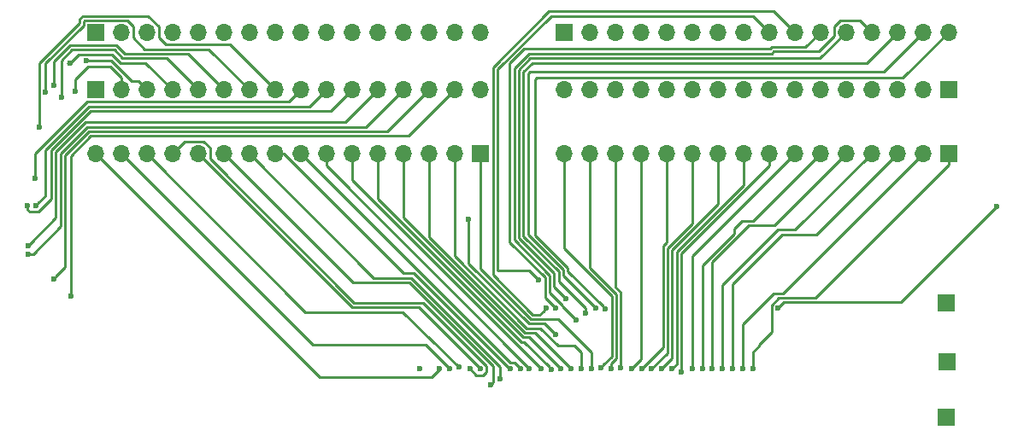
<source format=gbl>
G04 #@! TF.FileFunction,Copper,L2,Bot,Signal*
%FSLAX46Y46*%
G04 Gerber Fmt 4.6, Leading zero omitted, Abs format (unit mm)*
G04 Created by KiCad (PCBNEW 4.0.6) date Saturday, April 28, 2018 'AMt' 01:11:43 AM*
%MOMM*%
%LPD*%
G01*
G04 APERTURE LIST*
%ADD10C,0.100000*%
%ADD11R,1.700000X1.700000*%
%ADD12O,1.700000X1.700000*%
%ADD13C,0.600000*%
%ADD14C,0.250000*%
G04 APERTURE END LIST*
D10*
D11*
X102920000Y-55600000D03*
D12*
X105460000Y-55600000D03*
X108000000Y-55600000D03*
X110540000Y-55600000D03*
X113080000Y-55600000D03*
X115620000Y-55600000D03*
X118160000Y-55600000D03*
X120700000Y-55600000D03*
X123240000Y-55600000D03*
X125780000Y-55600000D03*
X128320000Y-55600000D03*
X130860000Y-55600000D03*
X133400000Y-55600000D03*
X135940000Y-55600000D03*
X138480000Y-55600000D03*
X141020000Y-55600000D03*
D11*
X149310000Y-55600000D03*
D12*
X151850000Y-55600000D03*
X154390000Y-55600000D03*
X156930000Y-55600000D03*
X159470000Y-55600000D03*
X162010000Y-55600000D03*
X164550000Y-55600000D03*
X167090000Y-55600000D03*
X169630000Y-55600000D03*
X172170000Y-55600000D03*
X174710000Y-55600000D03*
X177250000Y-55600000D03*
X179790000Y-55600000D03*
X182330000Y-55600000D03*
X184870000Y-55600000D03*
X187410000Y-55600000D03*
D11*
X187410000Y-61310000D03*
D12*
X184870000Y-61310000D03*
X182330000Y-61310000D03*
X179790000Y-61310000D03*
X177250000Y-61310000D03*
X174710000Y-61310000D03*
X172170000Y-61310000D03*
X169630000Y-61310000D03*
X167090000Y-61310000D03*
X164550000Y-61310000D03*
X162010000Y-61310000D03*
X159470000Y-61310000D03*
X156930000Y-61310000D03*
X154390000Y-61310000D03*
X151850000Y-61310000D03*
X149310000Y-61310000D03*
D11*
X102920000Y-61310280D03*
D12*
X105460000Y-61310280D03*
X108000000Y-61310280D03*
X110540000Y-61310280D03*
X113080000Y-61310280D03*
X115620000Y-61310280D03*
X118160000Y-61310280D03*
X120700000Y-61310280D03*
X123240000Y-61310280D03*
X125780000Y-61310280D03*
X128320000Y-61310280D03*
X130860000Y-61310280D03*
X133400000Y-61310280D03*
X135940000Y-61310280D03*
X138480000Y-61310280D03*
X141020000Y-61310280D03*
D11*
X141010000Y-67657460D03*
D12*
X138470000Y-67657460D03*
X135930000Y-67657460D03*
X133390000Y-67657460D03*
X130850000Y-67657460D03*
X128310000Y-67657460D03*
X125770000Y-67657460D03*
X123230000Y-67657460D03*
X120690000Y-67657460D03*
X118150000Y-67657460D03*
X115610000Y-67657460D03*
X113070000Y-67657460D03*
X110530000Y-67657460D03*
X107990000Y-67657460D03*
X105450000Y-67657460D03*
X102910000Y-67657460D03*
D11*
X187390000Y-67660000D03*
D12*
X184850000Y-67660000D03*
X182310000Y-67660000D03*
X179770000Y-67660000D03*
X177230000Y-67660000D03*
X174690000Y-67660000D03*
X172150000Y-67660000D03*
X169610000Y-67660000D03*
X167070000Y-67660000D03*
X164530000Y-67660000D03*
X161990000Y-67660000D03*
X159450000Y-67660000D03*
X156910000Y-67660000D03*
X154370000Y-67660000D03*
X151830000Y-67660000D03*
X149290000Y-67660000D03*
D11*
X187170000Y-93790000D03*
X187170000Y-82450000D03*
X187270000Y-88340000D03*
D13*
X146800000Y-80200000D03*
X147550000Y-82970000D03*
X148488000Y-83000000D03*
X149475000Y-82000000D03*
X150475000Y-84125000D03*
X151467867Y-83437709D03*
X152488000Y-83000000D03*
X153404979Y-83020000D03*
X170488000Y-83000000D03*
X192190000Y-72900000D03*
X100890000Y-61460000D03*
X102024801Y-58424237D03*
X100380000Y-58690000D03*
X99540000Y-62060000D03*
X98800000Y-60900000D03*
X97960000Y-61540000D03*
X97334990Y-65005144D03*
X96884979Y-70090636D03*
X96959473Y-72806568D03*
X96159620Y-72790630D03*
X96214924Y-76800632D03*
X96279494Y-77605595D03*
X98751945Y-80078047D03*
X100495724Y-81821826D03*
X135000000Y-89000000D03*
X148460000Y-85570000D03*
X139834999Y-74205001D03*
X137000000Y-89000000D03*
X138000000Y-89000000D03*
X138875002Y-88830000D03*
X140000000Y-89000000D03*
X141000000Y-89000000D03*
X142000000Y-90600000D03*
X143000000Y-90000000D03*
X144000000Y-89000000D03*
X145000000Y-89000000D03*
X145875002Y-88959541D03*
X147060000Y-88980000D03*
X148090000Y-89060000D03*
X149000000Y-89000000D03*
X150000000Y-89000000D03*
X151000000Y-89000000D03*
X152000000Y-89000000D03*
X152940000Y-88900000D03*
X154000000Y-89000000D03*
X154930006Y-88930006D03*
X156000000Y-89000000D03*
X157000000Y-89000000D03*
X158000000Y-89000000D03*
X159000000Y-89000000D03*
X160000000Y-89000000D03*
X160910000Y-89340000D03*
X162000000Y-89000000D03*
X163000000Y-89000000D03*
X164000000Y-89000000D03*
X165000000Y-89000000D03*
X166000000Y-89000000D03*
X167000000Y-89000000D03*
X168000000Y-89000000D03*
D14*
X142709958Y-79221958D02*
X145821958Y-79221958D01*
X145821958Y-79221958D02*
X146800000Y-80200000D01*
X148013599Y-53974988D02*
X142709958Y-59278629D01*
X142709958Y-59278629D02*
X142709958Y-79221958D01*
X169630000Y-55600000D02*
X168004988Y-53974988D01*
X168004988Y-53974988D02*
X148013599Y-53974988D01*
X142259947Y-59092229D02*
X142259947Y-79696951D01*
X170094977Y-53524977D02*
X147827199Y-53524977D01*
X146894998Y-83625002D02*
X147250001Y-83269999D01*
X172170000Y-55600000D02*
X170094977Y-53524977D01*
X147250001Y-83269999D02*
X147550000Y-82970000D01*
X142259947Y-79696951D02*
X146187998Y-83625002D01*
X147827199Y-53524977D02*
X142259947Y-59092229D01*
X146187998Y-83625002D02*
X146894998Y-83625002D01*
X174710000Y-55600000D02*
X173240055Y-57069945D01*
X143939956Y-58685042D02*
X143939956Y-76414952D01*
X147425002Y-81937002D02*
X148488000Y-83000000D01*
X169707978Y-57269967D02*
X145355031Y-57269967D01*
X173240055Y-57069945D02*
X169908000Y-57069945D01*
X169908000Y-57069945D02*
X169707978Y-57269967D01*
X147425002Y-79899998D02*
X147425002Y-81937002D01*
X145355031Y-57269967D02*
X143939956Y-58685042D01*
X143939956Y-76414952D02*
X147425002Y-79899998D01*
X148325024Y-80872802D02*
X148347802Y-80872802D01*
X148347802Y-80872802D02*
X149475000Y-82000000D01*
X144839978Y-59327200D02*
X144839978Y-76042152D01*
X144839978Y-76042152D02*
X148325024Y-79527198D01*
X145967200Y-58199978D02*
X144839978Y-59327200D01*
X177250000Y-55600000D02*
X174650022Y-58199978D01*
X174650022Y-58199978D02*
X145967200Y-58199978D01*
X148325024Y-79527198D02*
X148325024Y-80872802D01*
X149113002Y-82699998D02*
X149113002Y-82763002D01*
X149113002Y-82763002D02*
X150475000Y-84125000D01*
X178614999Y-54424999D02*
X176685999Y-54424999D01*
X179790000Y-55600000D02*
X178614999Y-54424999D01*
X176685999Y-54424999D02*
X176074999Y-55035999D01*
X176074999Y-55035999D02*
X176074999Y-55982179D01*
X147875013Y-81462009D02*
X149113002Y-82699998D01*
X147875013Y-79713598D02*
X147875013Y-81462009D01*
X169894378Y-57719978D02*
X145810789Y-57719978D01*
X170094400Y-57519956D02*
X169894378Y-57719978D01*
X174537222Y-57519956D02*
X170094400Y-57519956D01*
X176074999Y-55982179D02*
X174537222Y-57519956D01*
X145810789Y-57719978D02*
X144389967Y-59140800D01*
X144389967Y-76228552D02*
X147875013Y-79713598D01*
X144389967Y-59140800D02*
X144389967Y-76228552D01*
X151467867Y-83013445D02*
X151467867Y-83437709D01*
X148775035Y-80320613D02*
X151467867Y-83013445D01*
X145289989Y-75855752D02*
X148775035Y-79340798D01*
X148775035Y-79340798D02*
X148775035Y-80320613D01*
X145289989Y-59513600D02*
X145289989Y-75855752D01*
X146153600Y-58649989D02*
X145289989Y-59513600D01*
X182330000Y-55600000D02*
X179280011Y-58649989D01*
X179280011Y-58649989D02*
X146153600Y-58649989D01*
X180950009Y-59519991D02*
X145920009Y-59519991D01*
X149225046Y-79154398D02*
X149225046Y-79737046D01*
X145740000Y-75669352D02*
X149225046Y-79154398D01*
X145740000Y-59700000D02*
X145740000Y-75669352D01*
X145920009Y-59519991D02*
X145740000Y-59700000D01*
X149225046Y-79737046D02*
X152488000Y-83000000D01*
X184870000Y-55600000D02*
X180950009Y-59519991D01*
X149675057Y-79290077D02*
X153104980Y-82720001D01*
X153104980Y-82720001D02*
X153404979Y-83020000D01*
X149675057Y-78967998D02*
X149675057Y-79290077D01*
X146480000Y-75772941D02*
X149675057Y-78967998D01*
X146480000Y-60299998D02*
X146480000Y-75772941D01*
X187410000Y-55600000D02*
X182875001Y-60134999D01*
X182875001Y-60134999D02*
X146644999Y-60134999D01*
X146644999Y-60134999D02*
X146480000Y-60299998D01*
X182670000Y-82420000D02*
X171068000Y-82420000D01*
X171068000Y-82420000D02*
X170488000Y-83000000D01*
X192190000Y-72900000D02*
X182670000Y-82420000D01*
X100890000Y-60290000D02*
X100890000Y-61460000D01*
X102141801Y-59038199D02*
X100890000Y-60290000D01*
X104390000Y-59038199D02*
X102141801Y-59038199D01*
X105460000Y-60108199D02*
X104390000Y-59038199D01*
X105460000Y-61310280D02*
X105460000Y-60108199D01*
X104440648Y-58424237D02*
X102449065Y-58424237D01*
X106476692Y-60460281D02*
X104440648Y-58424237D01*
X107150001Y-60460281D02*
X106476692Y-60460281D01*
X102449065Y-58424237D02*
X102024801Y-58424237D01*
X108000000Y-61310280D02*
X107150001Y-60460281D01*
X104562057Y-57799235D02*
X101270765Y-57799235D01*
X101270765Y-57799235D02*
X100679999Y-58390001D01*
X100679999Y-58390001D02*
X100380000Y-58690000D01*
X107859698Y-58629978D02*
X105392800Y-58629978D01*
X105392800Y-58629978D02*
X104562057Y-57799235D01*
X110540000Y-61310280D02*
X107859698Y-58629978D01*
X100170000Y-58690000D02*
X100380000Y-58690000D01*
X100585774Y-57349224D02*
X99540000Y-58394998D01*
X104748456Y-57349224D02*
X100585774Y-57349224D01*
X105579199Y-58179967D02*
X104748456Y-57349224D01*
X99540000Y-61635736D02*
X99540000Y-62060000D01*
X99540000Y-58394998D02*
X99540000Y-61635736D01*
X109949687Y-58179967D02*
X105579199Y-58179967D01*
X113080000Y-61310280D02*
X109949687Y-58179967D01*
X98800000Y-58498587D02*
X98800000Y-60475736D01*
X105765599Y-57729956D02*
X104934856Y-56899213D01*
X100399374Y-56899213D02*
X98800000Y-58498587D01*
X115620000Y-61310280D02*
X112039676Y-57729956D01*
X112039676Y-57729956D02*
X105765599Y-57729956D01*
X98800000Y-60475736D02*
X98800000Y-60900000D01*
X104934856Y-56899213D02*
X100399374Y-56899213D01*
X101744999Y-54489999D02*
X101744999Y-54917177D01*
X106635001Y-55035999D02*
X106024001Y-54424999D01*
X97960000Y-58702176D02*
X97960000Y-61115736D01*
X101809999Y-54424999D02*
X101744999Y-54489999D01*
X106635001Y-56164001D02*
X106635001Y-55035999D01*
X107750945Y-57279945D02*
X106635001Y-56164001D01*
X118160000Y-61310280D02*
X114129665Y-57279945D01*
X114129665Y-57279945D02*
X107750945Y-57279945D01*
X106024001Y-54424999D02*
X101809999Y-54424999D01*
X97960000Y-61115736D02*
X97960000Y-61540000D01*
X101744999Y-54917177D02*
X97960000Y-58702176D01*
X97334990Y-64580880D02*
X97334990Y-65005144D01*
X97334990Y-58690776D02*
X97334990Y-64580880D01*
X109830969Y-56819969D02*
X109175001Y-56164001D01*
X108113990Y-53974988D02*
X101623599Y-53974988D01*
X116209689Y-56819969D02*
X109830969Y-56819969D01*
X101294988Y-54303599D02*
X101294988Y-54730778D01*
X109175001Y-56164001D02*
X109175001Y-55035999D01*
X101294988Y-54730778D02*
X97334990Y-58690776D01*
X101623599Y-53974988D02*
X101294988Y-54303599D01*
X109175001Y-55035999D02*
X108113990Y-53974988D01*
X120700000Y-61310280D02*
X116209689Y-56819969D01*
X122037919Y-62512361D02*
X102037639Y-62512361D01*
X96884979Y-67665021D02*
X96884979Y-69666372D01*
X96884979Y-69666372D02*
X96884979Y-70090636D01*
X123240000Y-61310280D02*
X122037919Y-62512361D01*
X102037639Y-62512361D02*
X96884979Y-67665021D01*
X102224038Y-62962372D02*
X97919845Y-67266565D01*
X125780000Y-61310280D02*
X124127908Y-62962372D01*
X97919845Y-71846196D02*
X97259472Y-72506569D01*
X97259472Y-72506569D02*
X96959473Y-72806568D01*
X124127908Y-62962372D02*
X102224038Y-62962372D01*
X97919845Y-67266565D02*
X97919845Y-71846196D01*
X102410437Y-63412383D02*
X98530011Y-67292809D01*
X128320000Y-61310280D02*
X126217897Y-63412383D01*
X96376296Y-73431570D02*
X96159620Y-73214894D01*
X126217897Y-63412383D02*
X102410437Y-63412383D01*
X97259475Y-73431570D02*
X96376296Y-73431570D01*
X98530011Y-67292809D02*
X98530011Y-72161034D01*
X98530011Y-72161034D02*
X97259475Y-73431570D01*
X96159620Y-73214894D02*
X96159620Y-72790630D01*
X130860000Y-61310280D02*
X127630280Y-64540000D01*
X127630280Y-64540000D02*
X101919230Y-64540000D01*
X98980022Y-67479208D02*
X98980022Y-74035534D01*
X96514923Y-76500633D02*
X96214924Y-76800632D01*
X101919230Y-64540000D02*
X98980022Y-67479208D01*
X98980022Y-74035534D02*
X96514923Y-76500633D01*
X99430033Y-74879320D02*
X96703758Y-77605595D01*
X96703758Y-77605595D02*
X96279494Y-77605595D01*
X133400000Y-61310280D02*
X129700280Y-65010000D01*
X99430033Y-67665607D02*
X99430033Y-74879320D01*
X129700280Y-65010000D02*
X102085640Y-65010000D01*
X102085640Y-65010000D02*
X99430033Y-67665607D01*
X99880044Y-67852006D02*
X99880044Y-78949948D01*
X99051944Y-79778048D02*
X98751945Y-80078047D01*
X102272039Y-65460011D02*
X99880044Y-67852006D01*
X131790269Y-65460011D02*
X102272039Y-65460011D01*
X135940000Y-61310280D02*
X131790269Y-65460011D01*
X99880044Y-78949948D02*
X99051944Y-79778048D01*
X100495724Y-81397562D02*
X100495724Y-81821826D01*
X100495724Y-67872736D02*
X100495724Y-81397562D01*
X102458438Y-65910022D02*
X100495724Y-67872736D01*
X138480000Y-61310280D02*
X133880258Y-65910022D01*
X133880258Y-65910022D02*
X102458438Y-65910022D01*
X139834999Y-74205001D02*
X139834999Y-78544825D01*
X145815198Y-84525024D02*
X147415024Y-84525024D01*
X139834999Y-78544825D02*
X145815198Y-84525024D01*
X148160001Y-85270001D02*
X148460000Y-85570000D01*
X147415024Y-84525024D02*
X148160001Y-85270001D01*
X136230000Y-89860000D02*
X137000000Y-89090000D01*
X137000000Y-89090000D02*
X137000000Y-89000000D01*
X102910000Y-67657460D02*
X125112540Y-89860000D01*
X125112540Y-89860000D02*
X136230000Y-89860000D01*
X135580000Y-86610000D02*
X137970000Y-89000000D01*
X137970000Y-89000000D02*
X138000000Y-89000000D01*
X105450000Y-67657460D02*
X124402540Y-86610000D01*
X124402540Y-86610000D02*
X135580000Y-86610000D01*
X133360000Y-83360000D02*
X138875002Y-88830000D01*
X138830000Y-88830000D02*
X138875002Y-88830000D01*
X107990000Y-67657460D02*
X123692540Y-83360000D01*
X123692540Y-83360000D02*
X133360000Y-83360000D01*
X140625001Y-89625001D02*
X140000000Y-89000000D01*
X141625001Y-88699999D02*
X141625001Y-89300001D01*
X141300001Y-89625001D02*
X140625001Y-89625001D01*
X128508928Y-82459978D02*
X135384980Y-82459978D01*
X135384980Y-82459978D02*
X141625001Y-88699999D01*
X114245001Y-68196051D02*
X128508928Y-82459978D01*
X114245001Y-67093459D02*
X114245001Y-68196051D01*
X113634001Y-66482459D02*
X114245001Y-67093459D01*
X111705001Y-66482459D02*
X113634001Y-66482459D01*
X110530000Y-67657460D02*
X111705001Y-66482459D01*
X141625001Y-89300001D02*
X141300001Y-89625001D01*
X134909989Y-82909989D02*
X141000000Y-89000000D01*
X128322529Y-82909989D02*
X134909989Y-82909989D01*
X113070000Y-67657460D02*
X128322529Y-82909989D01*
X115610000Y-67657460D02*
X128382540Y-80430000D01*
X128382540Y-80430000D02*
X133991413Y-80430000D01*
X142299999Y-88738586D02*
X142299999Y-90300001D01*
X133991413Y-80430000D02*
X142299999Y-88738586D01*
X142299999Y-90300001D02*
X142000000Y-90600000D01*
X143000000Y-89000000D02*
X143000000Y-90000000D01*
X118150000Y-67657460D02*
X130472529Y-79979989D01*
X143000000Y-88802176D02*
X143000000Y-89000000D01*
X130472529Y-79979989D02*
X134177813Y-79979989D01*
X134177813Y-79979989D02*
X143000000Y-88802176D01*
X143925004Y-89000000D02*
X144000000Y-89000000D01*
X121533870Y-67657460D02*
X133406388Y-79529978D01*
X120690000Y-67657460D02*
X121533870Y-67657460D01*
X133406388Y-79529978D02*
X134454982Y-79529978D01*
X134454982Y-79529978D02*
X143925004Y-89000000D01*
X144374998Y-88374998D02*
X145000000Y-89000000D01*
X143947538Y-88374998D02*
X144374998Y-88374998D01*
X123230000Y-67657460D02*
X143947538Y-88374998D01*
X125770000Y-68859541D02*
X145875002Y-88959541D01*
X145870000Y-88959541D02*
X145875002Y-88959541D01*
X125770000Y-67657460D02*
X125770000Y-68859541D01*
X128310000Y-70230000D02*
X147060000Y-88980000D01*
X128310000Y-67657460D02*
X128310000Y-70230000D01*
X147790001Y-88760001D02*
X148090000Y-89060000D01*
X145355068Y-86325068D02*
X147790001Y-88760001D01*
X130850000Y-72105470D02*
X145069598Y-86325068D01*
X145069598Y-86325068D02*
X145355068Y-86325068D01*
X130850000Y-67657460D02*
X130850000Y-72105470D01*
X133390000Y-74009059D02*
X145255998Y-85875057D01*
X145875059Y-85875057D02*
X149000000Y-89000000D01*
X145255998Y-85875057D02*
X145875059Y-85875057D01*
X133390000Y-67657460D02*
X133390000Y-74009059D01*
X145442398Y-85425046D02*
X146425046Y-85425046D01*
X135930000Y-75912648D02*
X145442398Y-85425046D01*
X135930000Y-67657460D02*
X135930000Y-75912648D01*
X146425046Y-85425046D02*
X150000000Y-89000000D01*
X146975035Y-84975035D02*
X148730000Y-86730000D01*
X145628798Y-84975035D02*
X146975035Y-84975035D01*
X151000000Y-87355000D02*
X151000000Y-89000000D01*
X150375000Y-86730000D02*
X151000000Y-87355000D01*
X148730000Y-86730000D02*
X150375000Y-86730000D01*
X138470000Y-67657460D02*
X138470000Y-77816237D01*
X138470000Y-77816237D02*
X145628798Y-84975035D01*
X152000000Y-87355000D02*
X152000000Y-89000000D01*
X141010000Y-79083415D02*
X146001598Y-84075013D01*
X148720013Y-84075013D02*
X152000000Y-87355000D01*
X146001598Y-84075013D02*
X148720013Y-84075013D01*
X141010000Y-67657460D02*
X141010000Y-79083415D01*
X154029989Y-81816399D02*
X154029989Y-87810011D01*
X149290000Y-77076410D02*
X154029989Y-81816399D01*
X149290000Y-67660000D02*
X149290000Y-77076410D01*
X154029989Y-87810011D02*
X153239999Y-88600001D01*
X153239999Y-88600001D02*
X152940000Y-88900000D01*
X153990000Y-88486410D02*
X153990000Y-88990000D01*
X153990000Y-88990000D02*
X154000000Y-89000000D01*
X151830000Y-78980000D02*
X154479999Y-81629999D01*
X154479999Y-81629999D02*
X154479998Y-87996412D01*
X154479998Y-87996412D02*
X153990000Y-88486410D01*
X151830000Y-67660000D02*
X151830000Y-78980000D01*
X154930008Y-81443600D02*
X154930008Y-88930004D01*
X154930008Y-88930004D02*
X154930006Y-88930006D01*
X154370000Y-67660000D02*
X154370000Y-80883590D01*
X154370000Y-80883590D02*
X154930008Y-81443600D01*
X154930006Y-88930006D02*
X155000000Y-89000000D01*
X156910000Y-67660000D02*
X156910000Y-88090000D01*
X156910000Y-88090000D02*
X156000000Y-89000000D01*
X159109956Y-76816481D02*
X159109956Y-86890044D01*
X159450000Y-76476437D02*
X159109956Y-76816481D01*
X159450000Y-67660000D02*
X159450000Y-76476437D01*
X159109956Y-86890044D02*
X157000000Y-89000000D01*
X159559967Y-87440033D02*
X158000000Y-89000000D01*
X161990000Y-74572848D02*
X159559967Y-77002881D01*
X161990000Y-67660000D02*
X161990000Y-74572848D01*
X159559967Y-77002881D02*
X159559967Y-87440033D01*
X164530000Y-72669259D02*
X160009978Y-77189281D01*
X160009978Y-87990022D02*
X159000000Y-89000000D01*
X160009978Y-77189281D02*
X160009978Y-87990022D01*
X164530000Y-67660000D02*
X164530000Y-72669259D01*
X160459989Y-88540011D02*
X160000000Y-89000000D01*
X167070000Y-70765670D02*
X160459989Y-77375681D01*
X167070000Y-67660000D02*
X167070000Y-70765670D01*
X160459989Y-77375681D02*
X160459989Y-88540011D01*
X160910000Y-77562081D02*
X160910000Y-89340000D01*
X169610000Y-67660000D02*
X169610000Y-68862081D01*
X169610000Y-68862081D02*
X160910000Y-77562081D01*
X162000000Y-77810000D02*
X162000000Y-87355000D01*
X172150000Y-67660000D02*
X162000000Y-77810000D01*
X162000000Y-87355000D02*
X162000000Y-89000000D01*
X163000000Y-86730000D02*
X163000000Y-89000000D01*
X163000000Y-78723589D02*
X163000000Y-86730000D01*
X166149967Y-75573623D02*
X163000000Y-78723589D01*
X174690000Y-67660000D02*
X168030033Y-74319967D01*
X166149967Y-75110800D02*
X166149967Y-75573623D01*
X168030033Y-74319967D02*
X166940800Y-74319967D01*
X166940800Y-74319967D02*
X166149967Y-75110800D01*
X164000000Y-78377179D02*
X164000000Y-86730000D01*
X164000000Y-86730000D02*
X164000000Y-89000000D01*
X177230000Y-67660000D02*
X170120022Y-74769978D01*
X167607201Y-74769978D02*
X164000000Y-78377179D01*
X170120022Y-74769978D02*
X167607201Y-74769978D01*
X165000000Y-80673589D02*
X165000000Y-86730000D01*
X172210011Y-75219989D02*
X170453600Y-75219989D01*
X165000000Y-86730000D02*
X165000000Y-89000000D01*
X170453600Y-75219989D02*
X165000000Y-80673589D01*
X179770000Y-67660000D02*
X172210011Y-75219989D01*
X165980000Y-80570000D02*
X166000000Y-80590000D01*
X166000000Y-80590000D02*
X166000000Y-89000000D01*
X170880000Y-75670000D02*
X165980000Y-80570000D01*
X174300000Y-75670000D02*
X170880000Y-75670000D01*
X182310000Y-67660000D02*
X174300000Y-75670000D01*
X167000000Y-86730000D02*
X167000000Y-89000000D01*
X167000000Y-84587178D02*
X167000000Y-86730000D01*
X170067200Y-81519978D02*
X167000000Y-84587178D01*
X184850000Y-67660000D02*
X170990022Y-81519978D01*
X170990022Y-81519978D02*
X170067200Y-81519978D01*
X168625000Y-86730000D02*
X168000000Y-87355000D01*
X170593007Y-81969989D02*
X169862998Y-82699998D01*
X174180011Y-81969989D02*
X170593007Y-81969989D01*
X187390000Y-68760000D02*
X174180011Y-81969989D01*
X169862998Y-82699998D02*
X169862998Y-85340591D01*
X187390000Y-67660000D02*
X187390000Y-68760000D01*
X168625000Y-86578589D02*
X168625000Y-86730000D01*
X168000000Y-87355000D02*
X168000000Y-89000000D01*
X169862998Y-85340591D02*
X168625000Y-86578589D01*
M02*

</source>
